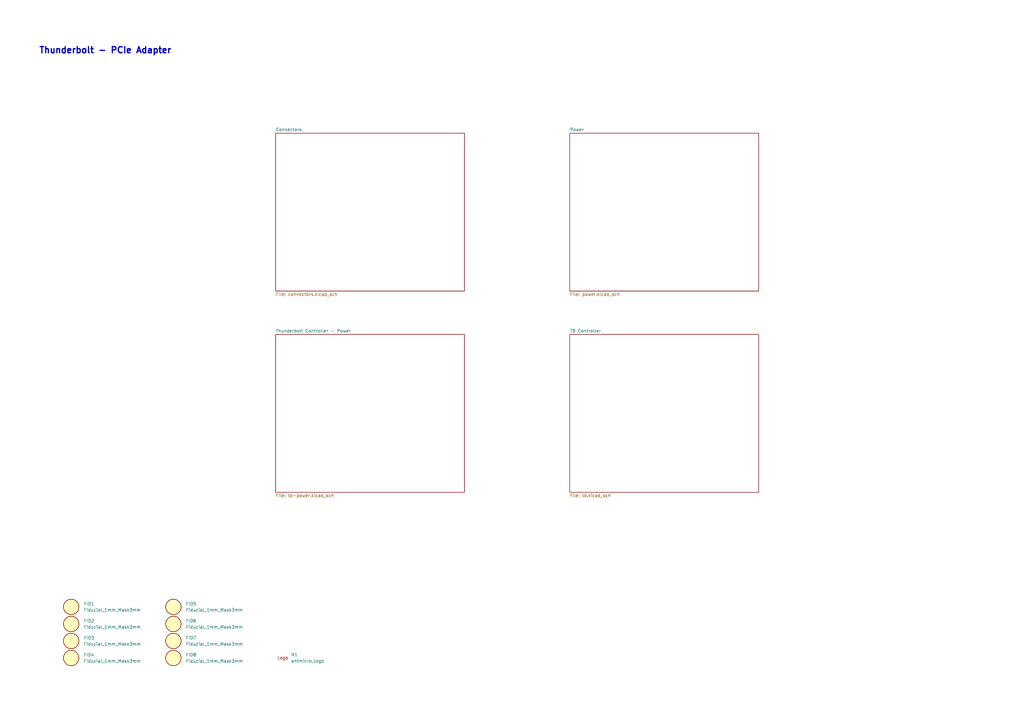
<source format=kicad_sch>
(kicad_sch (version 20231120) (generator "eeschema") (generator_version "8.0")
  (paper "A3")
  (title_block (title "Thunderbolt PCIe Adaper") (date "2025-05-09") (rev "1.0.3") (comment 1 "www.antmicro.com") (comment 2 "Original design (up to rev 1.0.2) by Antmicro, further modifications by Kajetan Wierszelis"))
  (lib_symbols
    (symbol "antmicroFiducialMarks:Fiducial_1mm_Mask3mm" (in_bom no)
      (property "Reference" "FD" (at 7.315 0.305 0))
      (property "Value" "Fiducial_1mm_Mask3mm" (at 7.315 -2.235 0))
      (symbol "Fiducial_1mm_Mask3mm_1_1"
        (circle (center 0 0) (radius 3.1623) (stroke (width 0.254)) (fill (type background)))
      )
    )
    (symbol "antmicroMechanicalParts:antmicro_logo" (in_bom no)
      (property "Reference" "N" (at 15.24 -5.08 0))
      (property "Value" "antmicro_logo" (at 15.24 -7.62 0))
      (symbol "antmicro_logo_1_1"
        (text "Logo" (at 0 0 0) (effects (font (size 1.27 1.27)) (justify left bottom)))
      )
    )
  )
  (text "Thunderbolt - PCIe Adapter" (at 15.875 22.225 0) (effects (font (size 2.54 2.54) (bold yes)) (justify left bottom)))
  (symbol (lib_id "antmicroFiducialMarks:Fiducial_1mm_Mask3mm") (at 29.21 269.875 0) (unit 1) (in_bom no)
    (property "Reference" "FID4" (at 34.29 268.605 0) (effects (justify left)))
    (property "Value" "Fiducial_1mm_Mask3mm" (at 34.29 271.145 0) (effects (justify left)))
    (property "Footprint" "antmicro-footprints:Fiducial_1mm_Mask3mm" (effects (hide yes)))
    (property "Author" "Antmicro" (effects (hide yes)))
    (property "License" "Apache-2.0" (effects (hide yes)))
  )
  (symbol (lib_id "antmicroFiducialMarks:Fiducial_1mm_Mask3mm") (at 29.21 255.905 0) (unit 1) (in_bom no)
    (property "Reference" "FID2" (at 34.29 254.635 0) (effects (justify left)))
    (property "Value" "Fiducial_1mm_Mask3mm" (at 34.29 257.175 0) (effects (justify left)))
    (property "Footprint" "antmicro-footprints:Fiducial_1mm_Mask3mm" (effects (hide yes)))
    (property "Author" "Antmicro" (effects (hide yes)))
    (property "License" "Apache-2.0" (effects (hide yes)))
  )
  (symbol (lib_id "antmicroMechanicalParts:antmicro_logo") (at 113.665 270.51 0) (unit 1) (in_bom no)
    (property "Reference" "N1" (at 119.38 268.5262 0) (effects (justify left)))
    (property "Value" "antmicro_logo" (at 119.38 271.0662 0) (effects (justify left)))
    (property "Footprint" "antmicro-footprints:antmicro-logo_scaled_12mm_mask" (effects (hide yes)))
    (property "Author" "Antmicro" (effects (hide yes)))
    (property "License" "Apache-2.0" (effects (hide yes)))
  )
  (symbol (lib_id "antmicroFiducialMarks:Fiducial_1mm_Mask3mm") (at 71.12 262.89 0) (unit 1) (in_bom no)
    (property "Reference" "FID7" (at 76.2 261.62 0) (effects (justify left)))
    (property "Value" "Fiducial_1mm_Mask3mm" (at 76.2 264.16 0) (effects (justify left)))
    (property "Footprint" "antmicro-footprints:Fiducial_1mm_Mask3mm" (effects (hide yes)))
    (property "Author" "Antmicro" (effects (hide yes)))
    (property "License" "Apache-2.0" (effects (hide yes)))
  )
  (symbol (lib_id "antmicroFiducialMarks:Fiducial_1mm_Mask3mm") (at 71.12 269.875 0) (unit 1) (in_bom no)
    (property "Reference" "FID8" (at 76.2 268.605 0) (effects (justify left)))
    (property "Value" "Fiducial_1mm_Mask3mm" (at 76.2 271.145 0) (effects (justify left)))
    (property "Footprint" "antmicro-footprints:Fiducial_1mm_Mask3mm" (effects (hide yes)))
    (property "Author" "Antmicro" (effects (hide yes)))
    (property "License" "Apache-2.0" (effects (hide yes)))
  )
  (symbol (lib_id "antmicroFiducialMarks:Fiducial_1mm_Mask3mm") (at 29.21 262.89 0) (unit 1) (in_bom no)
    (property "Reference" "FID3" (at 34.29 261.62 0) (effects (justify left)))
    (property "Value" "Fiducial_1mm_Mask3mm" (at 34.29 264.16 0) (effects (justify left)))
    (property "Footprint" "antmicro-footprints:Fiducial_1mm_Mask3mm" (effects (hide yes)))
    (property "Author" "Antmicro" (effects (hide yes)))
    (property "License" "Apache-2.0" (effects (hide yes)))
  )
  (symbol (lib_id "antmicroFiducialMarks:Fiducial_1mm_Mask3mm") (at 29.21 248.92 0) (unit 1) (in_bom no)
    (property "Reference" "FID1" (at 34.29 247.65 0) (effects (justify left)))
    (property "Value" "Fiducial_1mm_Mask3mm" (at 34.29 250.19 0) (effects (justify left)))
    (property "Footprint" "antmicro-footprints:Fiducial_1mm_Mask3mm" (effects (hide yes)))
    (property "Author" "Antmicro" (effects (hide yes)))
    (property "License" "Apache-2.0" (effects (hide yes)))
  )
  (symbol (lib_id "antmicroFiducialMarks:Fiducial_1mm_Mask3mm") (at 71.12 255.905 0) (unit 1) (in_bom no)
    (property "Reference" "FID6" (at 76.2 254.635 0) (effects (justify left)))
    (property "Value" "Fiducial_1mm_Mask3mm" (at 76.2 257.175 0) (effects (justify left)))
    (property "Footprint" "antmicro-footprints:Fiducial_1mm_Mask3mm" (effects (hide yes)))
    (property "Author" "Antmicro" (effects (hide yes)))
    (property "License" "Apache-2.0" (effects (hide yes)))
  )
  (symbol (lib_id "antmicroFiducialMarks:Fiducial_1mm_Mask3mm") (at 71.12 248.92 0) (unit 1) (in_bom no)
    (property "Reference" "FID5" (at 76.2 247.65 0) (effects (justify left)))
    (property "Value" "Fiducial_1mm_Mask3mm" (at 76.2 250.19 0) (effects (justify left)))
    (property "Footprint" "antmicro-footprints:Fiducial_1mm_Mask3mm" (effects (hide yes)))
    (property "Author" "Antmicro" (effects (hide yes)))
    (property "License" "Apache-2.0" (effects (hide yes)))
  )
  (sheet (at 113.03 54.61) (size 77.47 64.77) (stroke (width 0.1524))
    (property "Sheetname" "Connectors" (at 113.03 53.8984 0) (effects (justify left bottom)))
    (property "Sheetfile" "connectors.kicad_sch" (at 113.03 119.9646 0) (effects (justify left top)))
  )
  (sheet (at 233.68 137.16) (size 77.47 64.77) (stroke (width 0.1524))
    (property "Sheetname" "TB Controller" (at 233.68 136.4484 0) (effects (justify left bottom)))
    (property "Sheetfile" "tb.kicad_sch" (at 233.68 202.5146 0) (effects (justify left top)))
  )
  (sheet (at 233.68 54.61) (size 77.47 64.77) (stroke (width 0.1524))
    (property "Sheetname" "Power" (at 233.68 53.8984 0) (effects (justify left bottom)))
    (property "Sheetfile" "power.kicad_sch" (at 233.68 119.9646 0) (effects (justify left top)))
  )
  (sheet (at 113.03 137.16) (size 77.47 64.77) (stroke (width 0.1524))
    (property "Sheetname" "Thunderbolt Controller - Power" (at 113.03 136.4484 0) (effects (justify left bottom)))
    (property "Sheetfile" "tb-power.kicad_sch" (at 113.03 202.5146 0) (effects (justify left top)))
  )
)
</source>
